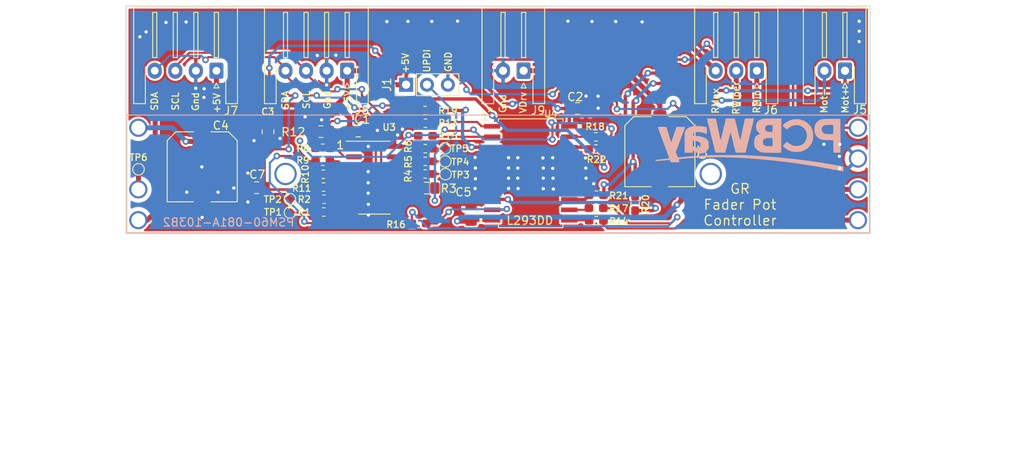
<source format=kicad_pcb>
(kicad_pcb (version 20171130) (host pcbnew "(5.1.2-1)-1")
  (layers (0 F.Cu signal) (31 B.Cu signal) (34 B.Paste user) (35 F.Paste user) (36 B.SilkS user) (37 F.SilkS user) (38 B.Mask user hide) (39 F.Mask user hide) (44 Edge.Cuts user))
  (net 0 "")
  (net 1 GNDREF)
  (net 2 "Net-(R5-Pad1)")
  (net 3 "Net-(R6-Pad1)")
  (net 4 /MOT+)
  (net 5 /MOT-)
  (net 6 Vdrive)
  (net 7 +5V)
  (net 8 /SCL)
  (net 9 /SDA)
  (net 10 /UPDI)
  (net 11 /PotMin)
  (net 12 /PotWiper)
  (net 13 /PotMax)
  (net 14 "Net-(R1-Pad2)")
  (net 15 "Net-(R1-Pad1)")
  (net 16 "Net-(R2-Pad1)")
  (net 17 "Net-(R2-Pad2)")
  (net 18 "Net-(R3-Pad2)")
  (net 19 "Net-(R4-Pad2)")
  (net 20 "Net-(R4-Pad1)")
  (net 21 "Net-(R5-Pad2)")
  (net 22 "Net-(R6-Pad2)")
  (net 23 /Touch)
  (net 24 /ServoTrack)
  (net 25 "Net-(R8-Pad2)")
  (net 26 /Enable)
  (net 27 /MotA)
  (net 28 "Net-(R9-Pad2)")
  (net 29 "Net-(R10-Pad2)")
  (net 30 /MotB)
  (net 31 "Net-(R11-Pad2)")
  (net 32 "Net-(R13-Pad1)")
  (net 33 "Net-(R14-Pad1)")
  (net 34 "Net-(R15-Pad1)")
  (net 35 "Net-(R16-Pad1)")
  (net 36 "Net-(R17-Pad1)")
  (net 37 "Net-(R18-Pad1)")
  (net 38 "Net-(R19-Pad2)")
  (net 39 "Net-(R20-Pad2)")
  (net 40 "Net-(R21-Pad2)")
  (net 41 "Net-(R22-Pad2)")
  (module footprints:PSM60-081A-103B2 (layer B.Cu) (at 195.353 122.607)
    (fp_text reference R7 hide)
    (fp_text value PSM60-081A-103B2 (at -76.531705 4.012295) (layer B.SilkS) (effects (justify mirror)))
    (fp_text user * (at 0 0) (layer B.SilkS) (effects (justify mirror)))
    (pad 9 thru_hole circle (at -17.900005 -1.875) (size 2.7178 2.7178) (drill 2.2098) (layers *.Cu *.Mask))
    (pad 8 thru_hole circle (at -69.600003 -1.875) (size 2.7178 2.7178) (drill 2.2098) (layers *.Cu *.Mask))
    (pad 3' thru_hole circle (at -87.500005 -7.5) (size 2.2098 2.2098) (drill 1.7018) (layers *.Cu *.Mask) (net 7 +5V))
    (pad T thru_hole circle (at -87.500005 0) (size 2.2098 2.2098) (drill 1.7018) (layers *.Cu *.Mask) (net 23 /Touch))
    (pad 3 thru_hole circle (at -87.500005 3.75) (size 2.2098 2.2098) (drill 1.7018) (layers *.Cu *.Mask) (net 13 /PotMax))
    (pad 2' thru_hole circle (at 0 -7.5) (size 2.2098 2.2098) (drill 1.7018) (layers *.Cu *.Mask) (net 24 /ServoTrack))
    (pad 1' thru_hole circle (at 0 -3.75) (size 2.2098 2.2098) (drill 1.7018) (layers *.Cu *.Mask) (net 1 GNDREF))
    (pad 1 thru_hole circle (at 0 0) (size 2.2098 2.2098) (drill 1.7018) (layers *.Cu *.Mask) (net 11 /PotMin))
    (pad 2 thru_hole circle (at 0 3.75) (size 2.2098 2.2098) (drill 1.7018) (layers *.Cu *.Mask) (net 12 /PotWiper))
  )
  (module "_Custom_Footprints:pcb way logo" (layer B.Cu) (at 182.1561 117.8687 180)
    (fp_text reference G*** hide)
    (fp_text value LOGO hide)
  )
  (module Capacitor_SMD:C_0805_2012Metric_Pad1.15x1.40mm_HandSolder (layer F.Cu) (at 123.6218 115.5954 270)
    (fp_text reference C3 (at -2.4511 0.0254 180) (layer F.SilkS) (effects (font (size 0.8 0.8))))
    (fp_text value 1uF)
    (pad 2 smd roundrect (at 1.025 0 270) (size 1.15 1.4) (layers F.Cu F.Paste F.Mask) (roundrect_rratio 0.217391) (net 1 GNDREF))
    (pad 1 smd roundrect (at -1.025 0 270) (size 1.15 1.4) (layers F.Cu F.Paste F.Mask) (roundrect_rratio 0.217391) (net 7 +5V))
  )
  (module Package_SO:SOIC-14_3.9x8.7mm_P1.27mm (layer F.Cu) (at 136.5504 121.1834)
    (fp_text reference U3 (at 1.8034 -6.1341) (layer F.SilkS) (effects (font (size 0.8 0.8))))
    (fp_text value ATtiny804-SS)
    (pad 1 smd roundrect (at -2.475 -3.81) (size 1.95 0.6) (layers F.Cu F.Paste F.Mask) (net 7 +5V))
    (pad 2 smd roundrect (at -2.475 -2.54) (size 1.95 0.6) (layers F.Cu F.Paste F.Mask) (net 25 "Net-(R8-Pad2)"))
    (pad 3 smd roundrect (at -2.475 -1.27) (size 1.95 0.6) (layers F.Cu F.Paste F.Mask) (net 28 "Net-(R9-Pad2)"))
    (pad 4 smd roundrect (at -2.475 0) (size 1.95 0.6) (layers F.Cu F.Paste F.Mask) (net 29 "Net-(R10-Pad2)"))
    (pad 5 smd roundrect (at -2.475 1.27) (size 1.95 0.6) (layers F.Cu F.Paste F.Mask) (net 31 "Net-(R11-Pad2)"))
    (pad 6 smd roundrect (at -2.475 2.54) (size 1.95 0.6) (layers F.Cu F.Paste F.Mask) (net 16 "Net-(R2-Pad1)"))
    (pad 7 smd roundrect (at -2.475 3.81) (size 1.95 0.6) (layers F.Cu F.Paste F.Mask) (net 15 "Net-(R1-Pad1)"))
    (pad 8 smd roundrect (at 2.475 3.81) (size 1.95 0.6) (layers F.Cu F.Paste F.Mask) (net 9 /SDA))
    (pad 9 smd roundrect (at 2.475 2.54) (size 1.95 0.6) (layers F.Cu F.Paste F.Mask) (net 8 /SCL))
    (pad 10 smd roundrect (at 2.475 1.27) (size 1.95 0.6) (layers F.Cu F.Paste F.Mask) (net 18 "Net-(R3-Pad2)"))
    (pad 11 smd roundrect (at 2.475 0) (size 1.95 0.6) (layers F.Cu F.Paste F.Mask) (net 19 "Net-(R4-Pad2)"))
    (pad 12 smd roundrect (at 2.475 -1.27) (size 1.95 0.6) (layers F.Cu F.Paste F.Mask) (net 21 "Net-(R5-Pad2)"))
    (pad 13 smd roundrect (at 2.475 -2.54) (size 1.95 0.6) (layers F.Cu F.Paste F.Mask) (net 22 "Net-(R6-Pad2)"))
    (pad 14 smd roundrect (at 2.475 -3.81) (size 1.95 0.6) (layers F.Cu F.Paste F.Mask) (net 1 GNDREF))
  )
  (module footprints:L293DD (layer F.Cu) (at 155.5623 120.65)
    (fp_text reference U4 (at 2.4384 -7.2136) (layer F.SilkS) (effects (font (size 0.8 0.8))))
    (fp_text value L293DD (at -0.1016 5.7531) (layer F.SilkS))
    (fp_text user * (at -4.9403 -7.4168) (layer F.SilkS))
    (fp_text user * (at -4.9403 -7.4168) (layer F.SilkS))
    (pad 1 smd rect (at -4.6863 -5.715) (size 1.9812 0.5588) (layers F.Cu F.Paste F.Mask) (net 32 "Net-(R13-Pad1)"))
    (pad 2 smd rect (at -4.6863 -4.445) (size 1.9812 0.5588) (layers F.Cu F.Paste F.Mask) (net 34 "Net-(R15-Pad1)"))
    (pad 3 smd rect (at -4.6863 -3.175) (size 1.9812 0.5588) (layers F.Cu F.Paste F.Mask) (net 38 "Net-(R19-Pad2)"))
    (pad 4 smd rect (at -4.6863 -1.905) (size 1.9812 0.5588) (layers F.Cu F.Paste F.Mask) (net 1 GNDREF))
    (pad 5 smd rect (at -4.6863 -0.635) (size 1.9812 0.5588) (layers F.Cu F.Paste F.Mask) (net 1 GNDREF))
    (pad 6 smd rect (at -4.6863 0.635) (size 1.9812 0.5588) (layers F.Cu F.Paste F.Mask) (net 1 GNDREF))
    (pad 7 smd rect (at -4.6863 1.905) (size 1.9812 0.5588) (layers F.Cu F.Paste F.Mask) (net 1 GNDREF))
    (pad 8 smd rect (at -4.6863 3.175) (size 1.9812 0.5588) (layers F.Cu F.Paste F.Mask) (net 39 "Net-(R20-Pad2)"))
    (pad 9 smd rect (at -4.6863 4.445) (size 1.9812 0.5588) (layers F.Cu F.Paste F.Mask) (net 35 "Net-(R16-Pad1)"))
    (pad 10 smd rect (at -4.6863 5.715) (size 1.9812 0.5588) (layers F.Cu F.Paste F.Mask) (net 6 Vdrive))
    (pad 11 smd rect (at 4.6863 5.715) (size 1.9812 0.5588) (layers F.Cu F.Paste F.Mask) (net 33 "Net-(R14-Pad1)"))
    (pad 12 smd rect (at 4.6863 4.445) (size 1.9812 0.5588) (layers F.Cu F.Paste F.Mask) (net 36 "Net-(R17-Pad1)"))
    (pad 13 smd rect (at 4.6863 3.175) (size 1.9812 0.5588) (layers F.Cu F.Paste F.Mask) (net 40 "Net-(R21-Pad2)"))
    (pad 14 smd rect (at 4.6863 1.905) (size 1.9812 0.5588) (layers F.Cu F.Paste F.Mask) (net 1 GNDREF))
    (pad 15 smd rect (at 4.6863 0.635) (size 1.9812 0.5588) (layers F.Cu F.Paste F.Mask) (net 1 GNDREF))
    (pad 16 smd rect (at 4.6863 -0.635) (size 1.9812 0.5588) (layers F.Cu F.Paste F.Mask) (net 1 GNDREF))
    (pad 17 smd rect (at 4.6863 -1.905) (size 1.9812 0.5588) (layers F.Cu F.Paste F.Mask) (net 1 GNDREF))
    (pad 18 smd rect (at 4.6863 -3.175) (size 1.9812 0.5588) (layers F.Cu F.Paste F.Mask) (net 41 "Net-(R22-Pad2)"))
    (pad 19 smd rect (at 4.6863 -4.445) (size 1.9812 0.5588) (layers F.Cu F.Paste F.Mask) (net 37 "Net-(R18-Pad1)"))
    (pad 20 smd rect (at 4.6863 -5.715) (size 1.9812 0.5588) (layers F.Cu F.Paste F.Mask) (net 7 +5V))
  )
  (module Connector_JST:JST_XH_S2B-XH-A-1_1x02_P2.50mm_Horizontal (layer F.Cu) (at 193.7766 108.1659 180)
    (fp_text reference J5 (at -1.8288 -4.7498) (layer F.SilkS))
    (fp_text value Conn_01x02)
    (pad 1 thru_hole roundrect (at 0 0 180) (size 1.7 2) (drill 1) (layers *.Cu *.Mask) (roundrect_rratio 0.147059) (net 4 /MOT+))
    (pad 2 thru_hole oval (at 2.5 0 180) (size 1.7 2) (drill 1) (layers *.Cu *.Mask) (net 5 /MOT-))
  )
  (module Connector_JST:JST_XH_S2B-XH-A-1_1x02_P2.50mm_Horizontal (layer F.Cu) (at 154.6987 108.1659 180)
    (fp_text reference J9 (at -1.7653 -4.8387) (layer F.SilkS))
    (fp_text value Conn_01x02)
    (pad 2 thru_hole oval (at 2.5 0 180) (size 1.7 2) (drill 1) (layers *.Cu *.Mask) (net 1 GNDREF))
    (pad 1 thru_hole roundrect (at 0 0 180) (size 1.7 2) (drill 1) (layers *.Cu *.Mask) (roundrect_rratio 0.147059) (net 6 Vdrive))
  )
  (module Connector_JST:JST_XH_S3B-XH-A-1_1x03_P2.50mm_Horizontal (layer F.Cu) (at 183.0578 108.1659 180)
    (fp_text reference J6 (at -1.7145 -4.7625) (layer F.SilkS))
    (fp_text value Conn_01x03)
    (pad 1 thru_hole roundrect (at 0 0 180) (size 1.7 1.95) (drill 0.95) (layers *.Cu *.Mask) (roundrect_rratio 0.147059) (net 11 /PotMin))
    (pad 2 thru_hole oval (at 2.5 0 180) (size 1.7 1.95) (drill 0.95) (layers *.Cu *.Mask) (net 12 /PotWiper))
    (pad 3 thru_hole oval (at 5 0 180) (size 1.7 1.95) (drill 0.95) (layers *.Cu *.Mask) (net 13 /PotMax))
  )
  (module Connector_JST:JST_XH_S4B-XH-A-1_1x04_P2.50mm_Horizontal (layer F.Cu) (at 117.348 108.1659 180)
    (fp_text reference J7 (at -1.778 -4.8768) (layer F.SilkS))
    (fp_text value Conn_01x04)
    (pad 1 thru_hole roundrect (at 0 0 180) (size 1.7 1.95) (drill 0.95) (layers *.Cu *.Mask) (roundrect_rratio 0.147059) (net 7 +5V))
    (pad 2 thru_hole oval (at 2.5 0 180) (size 1.7 1.95) (drill 0.95) (layers *.Cu *.Mask) (net 1 GNDREF))
    (pad 3 thru_hole oval (at 5 0 180) (size 1.7 1.95) (drill 0.95) (layers *.Cu *.Mask) (net 8 /SCL))
    (pad 4 thru_hole oval (at 7.5 0 180) (size 1.7 1.95) (drill 0.95) (layers *.Cu *.Mask) (net 9 /SDA))
  )
  (module Connector_JST:JST_XH_S4B-XH-A-1_1x04_P2.50mm_Horizontal (layer F.Cu) (at 133.2484 108.1659 180)
    (fp_text reference J8 (at -1.8288 -4.7879) (layer F.SilkS))
    (fp_text value Conn_01x04)
    (pad 4 thru_hole oval (at 7.5 0 180) (size 1.7 1.95) (drill 0.95) (layers *.Cu *.Mask) (net 9 /SDA))
    (pad 3 thru_hole oval (at 5 0 180) (size 1.7 1.95) (drill 0.95) (layers *.Cu *.Mask) (net 8 /SCL))
    (pad 2 thru_hole oval (at 2.5 0 180) (size 1.7 1.95) (drill 0.95) (layers *.Cu *.Mask) (net 1 GNDREF))
    (pad 1 thru_hole roundrect (at 0 0 180) (size 1.7 1.95) (drill 0.95) (layers *.Cu *.Mask) (roundrect_rratio 0.147059) (net 7 +5V))
  )
  (module Capacitor_SMD:C_0805_2012Metric_Pad1.15x1.40mm_HandSolder (layer F.Cu) (at 134.5819 115.5065)
    (fp_text reference C1 (at 0.4953 -1.397) (layer F.SilkS))
    (fp_text value 100nF)
    (pad 2 smd roundrect (at 1.025 0) (size 1.15 1.4) (layers F.Cu F.Paste F.Mask) (roundrect_rratio 0.217391) (net 1 GNDREF))
    (pad 1 smd roundrect (at -1.025 0) (size 1.15 1.4) (layers F.Cu F.Paste F.Mask) (roundrect_rratio 0.217391) (net 7 +5V))
  )
  (module Capacitor_SMD:C_0805_2012Metric_Pad1.15x1.40mm_HandSolder (layer F.Cu) (at 161.2609 112.7633)
    (fp_text reference C2 (at -0.2757 -1.4097) (layer F.SilkS))
    (fp_text value 100nF)
    (pad 1 smd roundrect (at -1.025 0) (size 1.15 1.4) (layers F.Cu F.Paste F.Mask) (roundrect_rratio 0.217391) (net 7 +5V))
    (pad 2 smd roundrect (at 1.025 0) (size 1.15 1.4) (layers F.Cu F.Paste F.Mask) (roundrect_rratio 0.217391) (net 1 GNDREF))
  )
  (module Capacitor_SMD:C_Elec_8x5.4 (layer F.Cu) (at 115.6208 119.8626 270)
    (fp_text reference C4 (at -5.0292 -2.2606 180) (layer F.SilkS))
    (fp_text value "10uF 16v")
    (pad 2 smd roundrect (at 3.0875 0 270) (size 3.925 1.6) (layers F.Cu F.Paste F.Mask) (roundrect_rratio 0.15625) (net 1 GNDREF))
    (pad 1 smd roundrect (at -3.0875 0 270) (size 3.925 1.6) (layers F.Cu F.Paste F.Mask) (roundrect_rratio 0.15625) (net 7 +5V))
  )
  (module Capacitor_SMD:C_0805_2012Metric_Pad1.15x1.40mm_HandSolder (layer F.Cu) (at 148.3106 125.4543 90)
    (fp_text reference C5 (at 2.5056 -0.9271 180) (layer F.SilkS))
    (fp_text value 100nF)
    (pad 1 smd roundrect (at -1.025 0 90) (size 1.15 1.4) (layers F.Cu F.Paste F.Mask) (roundrect_rratio 0.217391) (net 6 Vdrive))
    (pad 2 smd roundrect (at 1.025 0 90) (size 1.15 1.4) (layers F.Cu F.Paste F.Mask) (roundrect_rratio 0.217391) (net 1 GNDREF))
  )
  (module Capacitor_SMD:C_Elec_8x5.4 (layer F.Cu) (at 171.2722 118.0211 270)
    (fp_text reference C6 (at 0 -5.2 90) (layer F.SilkS))
    (fp_text value "10uF 16v")
    (pad 1 smd roundrect (at -3.0875 0 270) (size 3.925 1.6) (layers F.Cu F.Paste F.Mask) (roundrect_rratio 0.15625) (net 6 Vdrive))
    (pad 2 smd roundrect (at 3.0875 0 270) (size 3.925 1.6) (layers F.Cu F.Paste F.Mask) (roundrect_rratio 0.15625) (net 1 GNDREF))
  )
  (module Connector_PinHeader_2.54mm:PinHeader_1x03_P2.54mm_Vertical (layer F.Cu) (at 140.4112 109.8677 90)
    (fp_text reference J1 (at 0 -2.33 90) (layer F.SilkS))
    (fp_text value Conn_01x03)
    (pad 1 thru_hole rect (at 0 0 90) (size 1.7 1.7) (drill 1) (layers *.Cu *.Mask) (net 7 +5V))
    (pad 2 thru_hole oval (at 0 2.54 90) (size 1.7 1.7) (drill 1) (layers *.Cu *.Mask) (net 10 /UPDI))
    (pad 3 thru_hole oval (at 0 5.08 90) (size 1.7 1.7) (drill 1) (layers *.Cu *.Mask) (net 1 GNDREF))
  )
  (module Resistor_SMD:R_0603_1608Metric_Pad1.05x0.95mm_HandSolder (layer F.Cu) (at 130.4036 125.3617 180)
    (fp_text reference R1 (at 2.3749 -0.0254 180) (layer F.SilkS) (effects (font (size 0.8 0.8))))
    (fp_text value 0r)
    (pad 2 smd roundrect (at 0.875 0 180) (size 1.05 0.95) (layers F.Cu F.Paste F.Mask) (net 14 "Net-(R1-Pad2)"))
    (pad 1 smd roundrect (at -0.875 0 180) (size 1.05 0.95) (layers F.Cu F.Paste F.Mask) (net 15 "Net-(R1-Pad1)"))
  )
  (module Resistor_SMD:R_0603_1608Metric_Pad1.05x0.95mm_HandSolder (layer F.Cu) (at 130.4417 123.8123 180)
    (fp_text reference R2 (at 2.413 -0.0127 180) (layer F.SilkS) (effects (font (size 0.8 0.8))))
    (fp_text value 0r)
    (pad 1 smd roundrect (at -0.875 0 180) (size 1.05 0.95) (layers F.Cu F.Paste F.Mask) (net 16 "Net-(R2-Pad1)"))
    (pad 2 smd roundrect (at 0.875 0 180) (size 1.05 0.95) (layers F.Cu F.Paste F.Mask) (net 17 "Net-(R2-Pad2)"))
  )
  (module Resistor_SMD:R_0805_2012Metric_Pad1.15x1.40mm_HandSolder (layer F.Cu) (at 142.884 122.4534 180)
    (fp_text reference R3 (at -2.7088 -0.0508) (layer F.SilkS))
    (fp_text value 1K)
    (pad 2 smd roundrect (at 1.025 0 180) (size 1.15 1.4) (layers F.Cu F.Paste F.Mask) (roundrect_rratio 0.217391) (net 18 "Net-(R3-Pad2)"))
    (pad 1 smd roundrect (at -1.025 0 180) (size 1.15 1.4) (layers F.Cu F.Paste F.Mask) (roundrect_rratio 0.217391) (net 10 /UPDI))
  )
  (module Resistor_SMD:R_0603_1608Metric_Pad1.05x0.95mm_HandSolder (layer F.Cu) (at 142.734 120.7262 180)
    (fp_text reference R4 (at 2.0688 -0.254 270) (layer F.SilkS) (effects (font (size 0.8 0.8))))
    (fp_text value 0r)
    (pad 2 smd roundrect (at 0.875 0 180) (size 1.05 0.95) (layers F.Cu F.Paste F.Mask) (net 19 "Net-(R4-Pad2)"))
    (pad 1 smd roundrect (at -0.875 0 180) (size 1.05 0.95) (layers F.Cu F.Paste F.Mask) (net 20 "Net-(R4-Pad1)"))
  )
  (module Resistor_SMD:R_0603_1608Metric_Pad1.05x0.95mm_HandSolder (layer F.Cu) (at 142.734 119.2022 180)
    (fp_text reference R5 (at 2.0434 -0.0508 270) (layer F.SilkS) (effects (font (size 0.8 0.8))))
    (fp_text value 0r)
    (pad 2 smd roundrect (at 0.875 0 180) (size 1.05 0.95) (layers F.Cu F.Paste F.Mask) (net 21 "Net-(R5-Pad2)"))
    (pad 1 smd roundrect (at -0.875 0 180) (size 1.05 0.95) (layers F.Cu F.Paste F.Mask) (net 2 "Net-(R5-Pad1)"))
  )
  (module Resistor_SMD:R_0603_1608Metric_Pad1.05x0.95mm_HandSolder (layer F.Cu) (at 142.748 117.6528 180)
    (fp_text reference R6 (at 2.0828 0.2667 90) (layer F.SilkS) (effects (font (size 0.8 0.8))))
    (fp_text value 0r)
    (pad 1 smd roundrect (at -0.875 0 180) (size 1.05 0.95) (layers F.Cu F.Paste F.Mask) (net 3 "Net-(R6-Pad1)"))
    (pad 2 smd roundrect (at 0.875 0 180) (size 1.05 0.95) (layers F.Cu F.Paste F.Mask) (net 22 "Net-(R6-Pad2)"))
  )
  (module Resistor_SMD:R_0603_1608Metric_Pad1.05x0.95mm_HandSolder (layer F.Cu) (at 130.2766 117.602)
    (fp_text reference R8 (at -2.3876 0.0254 180) (layer F.SilkS) (effects (font (size 0.8 0.8))))
    (fp_text value 0r)
    (pad 2 smd roundrect (at 0.875 0) (size 1.05 0.95) (layers F.Cu F.Paste F.Mask) (net 25 "Net-(R8-Pad2)"))
    (pad 1 smd roundrect (at -0.875 0) (size 1.05 0.95) (layers F.Cu F.Paste F.Mask) (net 26 /Enable))
  )
  (module Resistor_SMD:R_0603_1608Metric_Pad1.05x0.95mm_HandSolder (layer F.Cu) (at 130.2766 119.1895)
    (fp_text reference R9 (at -2.413 -0.127 180) (layer F.SilkS) (effects (font (size 0.8 0.8))))
    (fp_text value 0r)
    (pad 1 smd roundrect (at -0.875 0) (size 1.05 0.95) (layers F.Cu F.Paste F.Mask) (net 27 /MotA))
    (pad 2 smd roundrect (at 0.875 0) (size 1.05 0.95) (layers F.Cu F.Paste F.Mask) (net 28 "Net-(R9-Pad2)"))
  )
  (module Resistor_SMD:R_0603_1608Metric_Pad1.05x0.95mm_HandSolder (layer F.Cu) (at 130.3401 120.777)
    (fp_text reference R10 (at -2.1844 -0.0254 90) (layer F.SilkS) (effects (font (size 0.8 0.8))))
    (fp_text value 0r)
    (pad 2 smd roundrect (at 0.875 0) (size 1.05 0.95) (layers F.Cu F.Paste F.Mask) (net 29 "Net-(R10-Pad2)"))
    (pad 1 smd roundrect (at -0.875 0) (size 1.05 0.95) (layers F.Cu F.Paste F.Mask) (net 30 /MotB))
  )
  (module Resistor_SMD:R_0603_1608Metric_Pad1.05x0.95mm_HandSolder (layer F.Cu) (at 130.3782 122.3264)
    (fp_text reference R11 (at -2.667 0.1524 180) (layer F.SilkS) (effects (font (size 0.8 0.8))))
    (fp_text value 0r)
    (pad 1 smd roundrect (at -0.875 0) (size 1.05 0.95) (layers F.Cu F.Paste F.Mask) (net 24 /ServoTrack))
    (pad 2 smd roundrect (at 0.875 0) (size 1.05 0.95) (layers F.Cu F.Paste F.Mask) (net 31 "Net-(R11-Pad2)"))
  )
  (module Resistor_SMD:R_0805_2012Metric_Pad1.15x1.40mm_HandSolder (layer F.Cu) (at 130.0607 115.5827 180)
    (fp_text reference R12 (at 3.3655 -0.0508) (layer F.SilkS))
    (fp_text value 10K)
    (pad 1 smd roundrect (at -1.025 0 180) (size 1.15 1.4) (layers F.Cu F.Paste F.Mask) (roundrect_rratio 0.217391) (net 26 /Enable))
    (pad 2 smd roundrect (at 1.025 0 180) (size 1.15 1.4) (layers F.Cu F.Paste F.Mask) (roundrect_rratio 0.217391) (net 1 GNDREF))
  )
  (module Resistor_SMD:R_0603_1608Metric_Pad1.05x0.95mm_HandSolder (layer F.Cu) (at 142.7607 114.554 180)
    (fp_text reference R13 (at -2.7559 0.0254) (layer F.SilkS) (effects (font (size 0.8 0.8))))
    (fp_text value 0r)
    (pad 1 smd roundrect (at -0.875 0 180) (size 1.05 0.95) (layers F.Cu F.Paste F.Mask) (net 32 "Net-(R13-Pad1)"))
    (pad 2 smd roundrect (at 0.875 0 180) (size 1.05 0.95) (layers F.Cu F.Paste F.Mask) (net 26 /Enable))
  )
  (module Resistor_SMD:R_0603_1608Metric_Pad1.05x0.95mm_HandSolder (layer F.Cu) (at 163.5392 126.4158)
    (fp_text reference R14 (at 2.7419 0.0762) (layer F.SilkS) (effects (font (size 0.8 0.8))))
    (fp_text value 0r)
    (pad 2 smd roundrect (at 0.875 0) (size 1.05 0.95) (layers F.Cu F.Paste F.Mask) (net 26 /Enable))
    (pad 1 smd roundrect (at -0.875 0) (size 1.05 0.95) (layers F.Cu F.Paste F.Mask) (net 33 "Net-(R14-Pad1)"))
  )
  (module Resistor_SMD:R_0603_1608Metric_Pad1.05x0.95mm_HandSolder (layer F.Cu) (at 142.7607 116.0907 180)
    (fp_text reference R15 (at -2.7559 -0.0635) (layer F.SilkS) (effects (font (size 0.8 0.8))))
    (fp_text value 0r)
    (pad 1 smd roundrect (at -0.875 0 180) (size 1.05 0.95) (layers F.Cu F.Paste F.Mask) (net 34 "Net-(R15-Pad1)"))
    (pad 2 smd roundrect (at 0.875 0 180) (size 1.05 0.95) (layers F.Cu F.Paste F.Mask) (net 27 /MotA))
  )
  (module Resistor_SMD:R_0603_1608Metric_Pad1.05x0.95mm_HandSolder (layer F.Cu) (at 141.9873 126.7587 180)
    (fp_text reference R16 (at 2.808 -0.127) (layer F.SilkS) (effects (font (size 0.8 0.8))))
    (fp_text value 0r)
    (pad 1 smd roundrect (at -0.875 0 180) (size 1.05 0.95) (layers F.Cu F.Paste F.Mask) (net 35 "Net-(R16-Pad1)"))
    (pad 2 smd roundrect (at 0.875 0 180) (size 1.05 0.95) (layers F.Cu F.Paste F.Mask) (net 30 /MotB))
  )
  (module Resistor_SMD:R_0603_1608Metric_Pad1.05x0.95mm_HandSolder (layer F.Cu) (at 163.5138 124.8918)
    (fp_text reference R17 (at 2.7546 0.0381) (layer F.SilkS) (effects (font (size 0.8 0.8))))
    (fp_text value 0r)
    (pad 2 smd roundrect (at 0.875 0) (size 1.05 0.95) (layers F.Cu F.Paste F.Mask) (net 30 /MotB))
    (pad 1 smd roundrect (at -0.875 0) (size 1.05 0.95) (layers F.Cu F.Paste F.Mask) (net 36 "Net-(R17-Pad1)"))
  )
  (module Resistor_SMD:R_0603_1608Metric_Pad1.05x0.95mm_HandSolder (layer F.Cu) (at 163.5011 116.2177)
    (fp_text reference R18 (at -0.1156 -1.2319) (layer F.SilkS) (effects (font (size 0.8 0.8))))
    (fp_text value 0r)
    (pad 1 smd roundrect (at -0.875 0) (size 1.05 0.95) (layers F.Cu F.Paste F.Mask) (net 37 "Net-(R18-Pad1)"))
    (pad 2 smd roundrect (at 0.875 0) (size 1.05 0.95) (layers F.Cu F.Paste F.Mask) (net 27 /MotA))
  )
  (module Resistor_SMD:R_0603_1608Metric_Pad1.05x0.95mm_HandSolder (layer F.Cu) (at 142.7099 113.0046)
    (fp_text reference R19 (at 2.7813 0.0254) (layer F.SilkS) (effects (font (size 0.8 0.8))))
    (fp_text value 0r)
    (pad 1 smd roundrect (at -0.875 0) (size 1.05 0.95) (layers F.Cu F.Paste F.Mask) (net 4 /MOT+))
    (pad 2 smd roundrect (at 0.875 0) (size 1.05 0.95) (layers F.Cu F.Paste F.Mask) (net 38 "Net-(R19-Pad2)"))
  )
  (module Resistor_SMD:R_0603_1608Metric_Pad1.05x0.95mm_HandSolder (layer F.Cu) (at 168.2623 124.3203 270)
    (fp_text reference R20 (at 0.0762 -1.2827 270) (layer F.SilkS) (effects (font (size 0.8 0.8))))
    (fp_text value 0r)
    (pad 2 smd roundrect (at 0.875 0 270) (size 1.05 0.95) (layers F.Cu F.Paste F.Mask) (net 39 "Net-(R20-Pad2)"))
    (pad 1 smd roundrect (at -0.875 0 270) (size 1.05 0.95) (layers F.Cu F.Paste F.Mask) (net 5 /MOT-))
  )
  (module Resistor_SMD:R_0603_1608Metric_Pad1.05x0.95mm_HandSolder (layer F.Cu) (at 163.5366 123.317 180)
    (fp_text reference R21 (at -2.7445 -0.0635) (layer F.SilkS) (effects (font (size 0.8 0.8))))
    (fp_text value 0r)
    (pad 1 smd roundrect (at -0.875 0 180) (size 1.05 0.95) (layers F.Cu F.Paste F.Mask) (net 5 /MOT-))
    (pad 2 smd roundrect (at 0.875 0 180) (size 1.05 0.95) (layers F.Cu F.Paste F.Mask) (net 40 "Net-(R21-Pad2)"))
  )
  (module Resistor_SMD:R_0603_1608Metric_Pad1.05x0.95mm_HandSolder (layer F.Cu) (at 163.4858 117.7036 180)
    (fp_text reference R22 (at -0.0775 -1.27) (layer F.SilkS) (effects (font (size 0.8 0.8))))
    (fp_text value 0r)
    (pad 2 smd roundrect (at 0.875 0 180) (size 1.05 0.95) (layers F.Cu F.Paste F.Mask) (net 41 "Net-(R22-Pad2)"))
    (pad 1 smd roundrect (at -0.875 0 180) (size 1.05 0.95) (layers F.Cu F.Paste F.Mask) (net 4 /MOT+))
  )
  (module TestPoint:TestPoint_Pad_D1.0mm (layer F.Cu) (at 126.2888 125.4252)
    (fp_text reference TP1 (at -2.0574 -0.0381) (layer F.SilkS) (effects (font (size 0.8 0.8))))
    (fp_text value TestPoint)
    (pad 1 smd circle (at 0 0) (size 1 1) (layers F.Cu F.Mask) (net 14 "Net-(R1-Pad2)"))
  )
  (module TestPoint:TestPoint_Pad_D1.0mm (layer F.Cu) (at 126.2888 123.7996)
    (fp_text reference TP2 (at -2.0955 0.0254) (layer F.SilkS) (effects (font (size 0.8 0.8))))
    (fp_text value TestPoint)
    (pad 1 smd circle (at 0 0) (size 1 1) (layers F.Cu F.Mask) (net 17 "Net-(R2-Pad2)"))
  )
  (module TestPoint:TestPoint_Pad_D1.0mm (layer F.Cu) (at 145.1991 120.7516)
    (fp_text reference TP3 (at 1.8415 0.0889) (layer F.SilkS) (effects (font (size 0.8 0.8))))
    (fp_text value TestPoint)
    (pad 1 smd circle (at 0 0) (size 1 1) (layers F.Cu F.Mask) (net 20 "Net-(R4-Pad1)"))
  )
  (module TestPoint:TestPoint_Pad_D1.0mm (layer F.Cu) (at 145.1737 119.2022)
    (fp_text reference TP4 (at 1.8288 0.0762 180) (layer F.SilkS) (effects (font (size 0.8 0.8))))
    (fp_text value TestPoint)
    (pad 1 smd circle (at 0 0) (size 1 1) (layers F.Cu F.Mask) (net 2 "Net-(R5-Pad1)"))
  )
  (module TestPoint:TestPoint_Pad_D1.0mm (layer F.Cu) (at 145.1483 117.6147)
    (fp_text reference TP5 (at 1.7526 0.0254) (layer F.SilkS) (effects (font (size 0.8 0.8))))
    (fp_text value TestPoint)
    (pad 1 smd circle (at 0 0) (size 1 1) (layers F.Cu F.Mask) (net 3 "Net-(R6-Pad1)"))
  )
  (module TestPoint:TestPoint_Pad_D1.0mm (layer F.Cu) (at 107.8738 120.1674)
    (fp_text reference TP6 (at 0 -1.448) (layer F.SilkS) (effects (font (size 0.8 0.8))))
    (fp_text value TestPoint)
    (pad 1 smd circle (at 0 0) (size 1 1) (layers F.Cu F.Mask) (net 23 /Touch))
  )
  (module Capacitor_SMD:C_0805_2012Metric_Pad1.15x1.40mm_HandSolder (layer F.Cu) (at 122.2375 122.4026 180)
    (fp_text reference C7 (at -0.0762 1.6002) (layer F.SilkS))
    (fp_text value 10nF)
    (pad 1 smd roundrect (at -1.025 0 180) (size 1.15 1.4) (layers F.Cu F.Paste F.Mask) (roundrect_rratio 0.217391) (net 24 /ServoTrack))
    (pad 2 smd roundrect (at 1.025 0 180) (size 1.15 1.4) (layers F.Cu F.Paste F.Mask) (roundrect_rratio 0.217391) (net 1 GNDREF))
  )
  (gr_text "+5V\n" (at 133.3246 111.7727 90) (layer F.SilkS) (effects (font (size 0.8 0.8))))
  (gr_text Gnd (at 130.8227 111.7092 90) (layer F.SilkS) (effects (font (size 0.8 0.8))))
  (gr_text SCL (at 128.2954 111.7092 90) (layer F.SilkS) (effects (font (size 0.8 0.8))))
  (gr_text SDA (at 125.7173 111.7473 90) (layer F.SilkS) (effects (font (size 0.8 0.8))))
  (gr_text SDA (at 109.8296 111.887 90) (layer F.SilkS) (effects (font (size 0.8 0.8))))
  (gr_text SCL (at 112.3696 111.887 90) (layer F.SilkS) (effects (font (size 0.8 0.8))))
  (gr_text Gnd (at 114.808 111.9251 90) (layer F.SilkS) (effects (font (size 0.8 0.8))))
  (gr_text "+5V\n" (at 117.3988 112.1029 90) (layer F.SilkS) (effects (font (size 0.8 0.8))))
  (gr_text Gnd (at 152.1587 112.1664 90) (layer F.SilkS) (effects (font (size 0.8 0.8))))
  (gr_text VDrv (at 154.6352 112.0394 90) (layer F.SilkS) (effects (font (size 0.8 0.8))))
  (gr_text RWiper (at 180.5432 111.4933 90) (layer F.SilkS) (effects (font (size 0.8 0.8))))
  (gr_text "RMax\n" (at 178.0286 111.8362 90) (layer F.SilkS) (effects (font (size 0.8 0.8))))
  (gr_text RMin (at 183.0578 111.9378 90) (layer F.SilkS) (effects (font (size 0.8 0.8))))
  (gr_text "Mot+\n" (at 193.802 111.7981 90) (layer F.SilkS) (effects (font (size 0.8 0.8))))
  (gr_text "GR\nFader Pot\nController" (at 181.0131 124.4727) (layer F.SilkS) (effects (font (size 1.2 1.2))))
  (gr_text "Mot-\n" (at 191.2366 111.7854 90) (layer F.SilkS) (effects (font (size 0.8 0.8))))
  (gr_line (start 106.35 128) (end 196.85 128) (layer Edge.Cuts) (width 0.1))
  (gr_line (start 106.35 100.3) (end 106.35 128) (layer Edge.Cuts) (width 0.1))
  (gr_line (start 196.85 100.3) (end 106.35 100.3) (layer Edge.Cuts) (width 0.1))
  (gr_line (start 196.85 128) (end 196.85 100.3) (layer Edge.Cuts) (width 0.1))
  (gr_text GND (at 145.542 107.0864 90) (layer F.SilkS) (effects (font (size 0.8 0.8))))
  (gr_text UPDI (at 142.9385 106.9467 90) (layer F.SilkS) (effects (font (size 0.8 0.8))))
  (gr_text 1 (at 132.4102 117.221) (layer F.SilkS) (effects (font (size 1 1))))
  (gr_text "+5V\n" (at 140.335 107.2261 90) (layer F.SilkS) (effects (font (size 0.8 0.8))))
  (gr_text 1 (at 150.0124 113.7031) (layer F.SilkS) (effects (font (size 1 1))))
  (via (at 136.9187 115.4303) (size 0.8) (drill 0.4) (layers F.Cu B.Cu) (net 1))
  (via (at 135.8138 117.3861) (size 0.8) (drill 0.4) (layers F.Cu B.Cu) (net 1))
  (via (at 139.3825 115.9891) (size 0.8) (drill 0.4) (layers F.Cu B.Cu) (net 1))
  (via (at 135.8011 120.4468) (size 0.8) (drill 0.4) (layers F.Cu B.Cu) (net 1))
  (via (at 135.8011 121.8057) (size 0.8) (drill 0.4) (layers F.Cu B.Cu) (net 1))
  (via (at 135.8011 123.063) (size 0.8) (drill 0.4) (layers F.Cu B.Cu) (net 1))
  (via (at 135.8265 124.4346) (size 0.8) (drill 0.4) (layers F.Cu B.Cu) (net 1))
  (via (at 135.8265 125.73) (size 0.8) (drill 0.4) (layers F.Cu B.Cu) (net 1))
  (via (at 139.9667 115.2779) (size 0.8) (drill 0.4) (layers F.Cu B.Cu) (net 1))
  (via (at 128.1303 113.7793) (size 0.8) (drill 0.4) (layers F.Cu B.Cu) (net 1))
  (via (at 130.1369 114.1476) (size 0.8) (drill 0.4) (layers F.Cu B.Cu) (net 1))
  (via (at 121.92 116.6749) (size 0.8) (drill 0.4) (layers F.Cu B.Cu) (net 1))
  (via (at 125.095 116.4082) (size 0.8) (drill 0.4) (layers F.Cu B.Cu) (net 1))
  (via (at 117.5512 122.9487) (size 0.8) (drill 0.4) (layers F.Cu B.Cu) (net 1))
  (via (at 115.6081 126.0221) (size 0.8) (drill 0.4) (layers F.Cu B.Cu) (net 1))
  (via (at 113.7412 122.9487) (size 0.8) (drill 0.4) (layers F.Cu B.Cu) (net 1))
  (via (at 115.5827 119.8753) (size 0.8) (drill 0.4) (layers F.Cu B.Cu) (net 1))
  (via (at 119.4689 122.4407) (size 0.8) (drill 0.4) (layers F.Cu B.Cu) (net 1))
  (via (at 121.1707 120.6246) (size 0.8) (drill 0.4) (layers F.Cu B.Cu) (net 1))
  (via (at 121.1707 124.1425) (size 0.8) (drill 0.4) (layers F.Cu B.Cu) (net 1))
  (via (at 114.8334 110.2995) (size 0.8) (drill 0.4) (layers F.Cu B.Cu) (net 1))
  (via (at 115.8494 110.363) (size 0.8) (drill 0.4) (layers F.Cu B.Cu) (net 1))
  (via (at 115.824 111.4171) (size 0.8) (drill 0.4) (layers F.Cu B.Cu) (net 1))
  (via (at 129.6162 106.3117) (size 0.8) (drill 0.4) (layers F.Cu B.Cu) (net 1))
  (via (at 131.8768 106.2736) (size 0.8) (drill 0.4) (layers F.Cu B.Cu) (net 1))
  (via (at 130.7465 109.8931) (size 0.8) (drill 0.4) (layers F.Cu B.Cu) (net 1))
  (via (at 108.0389 104.0384) (size 0.8) (drill 0.4) (layers F.Cu B.Cu) (net 1))
  (via (at 108.8009 103.4415) (size 0.8) (drill 0.4) (layers F.Cu B.Cu) (net 1))
  (via (at 111.2139 102.2858) (size 0.8) (drill 0.4) (layers F.Cu B.Cu) (net 1))
  (via (at 113.665 102.235) (size 0.8) (drill 0.4) (layers F.Cu B.Cu) (net 1))
  (via (at 138.0744 102.1842) (size 0.8) (drill 0.4) (layers F.Cu B.Cu) (net 1))
  (via (at 140.6398 102.1588) (size 0.8) (drill 0.4) (layers F.Cu B.Cu) (net 1))
  (via (at 143.5354 102.1588) (size 0.8) (drill 0.4) (layers F.Cu B.Cu) (net 1))
  (via (at 146.6723 102.1334) (size 0.8) (drill 0.4) (layers F.Cu B.Cu) (net 1))
  (via (at 160.0835 102.1334) (size 0.8) (drill 0.4) (layers F.Cu B.Cu) (net 1))
  (via (at 163.0172 102.1715) (size 0.8) (drill 0.4) (layers F.Cu B.Cu) (net 1))
  (via (at 165.9001 102.1715) (size 0.8) (drill 0.4) (layers F.Cu B.Cu) (net 1))
  (via (at 169.1132 102.2223) (size 0.8) (drill 0.4) (layers F.Cu B.Cu) (net 1))
  (via (at 195.5038 102.1461) (size 0.8) (drill 0.4) (layers F.Cu B.Cu) (net 1))
  (via (at 195.5038 103.3526) (size 0.8) (drill 0.4) (layers F.Cu B.Cu) (net 1))
  (via (at 195.5038 104.6226) (size 0.8) (drill 0.4) (layers F.Cu B.Cu) (net 1))
  (via (at 193.1416 117.1194) (size 0.8) (drill 0.4) (layers F.Cu B.Cu) (net 1))
  (via (at 193.1416 120.0404) (size 0.8) (drill 0.4) (layers F.Cu B.Cu) (net 1))
  (via (at 193.0908 118.5799) (size 0.8) (drill 0.4) (layers F.Cu B.Cu) (net 1))
  (via (at 191.2112 117.1194) (size 0.8) (drill 0.4) (layers F.Cu B.Cu) (net 1))
  (via (at 162.2933 111.252) (size 0.8) (drill 0.4) (layers F.Cu B.Cu) (net 1))
  (via (at 163.7665 112.7252) (size 0.8) (drill 0.4) (layers F.Cu B.Cu) (net 1))
  (via (at 163.7538 111.2647) (size 0.8) (drill 0.4) (layers F.Cu B.Cu) (net 1))
  (via (at 148.8059 118.7196) (size 0.8) (drill 0.4) (layers F.Cu B.Cu) (net 1))
  (via (at 148.844 120.015) (size 0.8) (drill 0.4) (layers F.Cu B.Cu) (net 1))
  (via (at 148.844 121.3104) (size 0.8) (drill 0.4) (layers F.Cu B.Cu) (net 1))
  (via (at 148.8059 122.5042) (size 0.8) (drill 0.4) (layers F.Cu B.Cu) (net 1))
  (via (at 152.8699 118.7577) (size 0.8) (drill 0.4) (layers F.Cu B.Cu) (net 1))
  (via (at 152.8699 120.015) (size 0.8) (drill 0.4) (layers F.Cu B.Cu) (net 1))
  (via (at 152.8699 121.2469) (size 0.8) (drill 0.4) (layers F.Cu B.Cu) (net 1))
  (via (at 152.8699 122.5042) (size 0.8) (drill 0.4) (layers F.Cu B.Cu) (net 1))
  (via (at 158.242 118.7577) (size 0.8) (drill 0.4) (layers F.Cu B.Cu) (net 1))
  (via (at 158.242 120.0531) (size 0.8) (drill 0.4) (layers F.Cu B.Cu) (net 1))
  (via (at 158.2801 121.2469) (size 0.8) (drill 0.4) (layers F.Cu B.Cu) (net 1))
  (via (at 158.3182 122.5677) (size 0.8) (drill 0.4) (layers F.Cu B.Cu) (net 1))
  (via (at 157.0482 118.7831) (size 0.8) (drill 0.4) (layers F.Cu B.Cu) (net 1))
  (via (at 157.0863 120.015) (size 0.8) (drill 0.4) (layers F.Cu B.Cu) (net 1))
  (via (at 157.0863 121.2469) (size 0.8) (drill 0.4) (layers F.Cu B.Cu) (net 1))
  (via (at 157.0863 122.5296) (size 0.8) (drill 0.4) (layers F.Cu B.Cu) (net 1))
  (via (at 154.0256 122.5042) (size 0.8) (drill 0.4) (layers F.Cu B.Cu) (net 1))
  (via (at 153.9875 121.2469) (size 0.8) (drill 0.4) (layers F.Cu B.Cu) (net 1))
  (via (at 153.9875 120.015) (size 0.8) (drill 0.4) (layers F.Cu B.Cu) (net 1))
  (via (at 153.9875 118.7577) (size 0.8) (drill 0.4) (layers F.Cu B.Cu) (net 1))
  (via (at 162.2298 118.7831) (size 0.8) (drill 0.4) (layers F.Cu B.Cu) (net 1))
  (via (at 162.2679 120.015) (size 0.8) (drill 0.4) (layers F.Cu B.Cu) (net 1))
  (via (at 162.2933 121.2469) (size 0.8) (drill 0.4) (layers F.Cu B.Cu) (net 1))
  (via (at 163.2204 121.92) (size 0.8) (drill 0.4) (layers F.Cu B.Cu) (net 1))
  (segment (start 143.609 119.2022) (end 145.1737 119.2022) (width 0.254) (layer F.Cu) (net 2))
  (segment (start 145.1102 117.6528) (end 145.1483 117.6147) (width 0.254) (layer F.Cu) (net 3))
  (segment (start 143.623 117.6528) (end 145.1102 117.6528) (width 0.254) (layer F.Cu) (net 3))
  (via (at 167.3733 110.9599) (size 0.8) (drill 0.4) (layers F.Cu B.Cu) (net 4))
  (segment (start 167.3733 110.9599) (end 167.3733 110.871) (width 0.4064) (layer B.Cu) (net 4))
  (segment (start 169.7863 108.458) (end 169.8117 108.458) (width 0.4064) (layer B.Cu) (net 4))
  (via (at 169.8117 108.458) (size 0.8) (drill 0.4) (layers F.Cu B.Cu) (net 4))
  (segment (start 167.3733 110.871) (end 169.7863 108.458) (width 0.4064) (layer B.Cu) (net 4))
  (via (at 189.2554 110.6043) (size 0.8) (drill 0.4) (layers F.Cu B.Cu) (net 4))
  (segment (start 189.2554 110.6043) (end 192.9638 110.6043) (width 0.4064) (layer F.Cu) (net 4))
  (segment (start 193.7766 109.7915) (end 193.7766 108.1659) (width 0.4064) (layer F.Cu) (net 4))
  (segment (start 192.9638 110.6043) (end 193.7766 109.7915) (width 0.4064) (layer F.Cu) (net 4))
  (segment (start 165.227 117.7036) (end 167.0685 115.8621) (width 0.4064) (layer F.Cu) (net 4))
  (segment (start 167.0685 111.2647) (end 167.3733 110.9599) (width 0.4064) (layer F.Cu) (net 4))
  (segment (start 167.0685 115.8621) (end 167.0685 111.2647) (width 0.4064) (layer F.Cu) (net 4))
  (segment (start 164.3608 117.7036) (end 165.227 117.7036) (width 0.4064) (layer F.Cu) (net 4))
  (segment (start 141.8349 113.0046) (end 141.8349 112.1778) (width 0.4064) (layer F.Cu) (net 4))
  (segment (start 141.8349 112.1778) (end 142.4051 111.6076) (width 0.4064) (layer F.Cu) (net 4))
  (segment (start 142.4051 111.6076) (end 148.2344 111.6076) (width 0.4064) (layer F.Cu) (net 4))
  (segment (start 148.2344 111.6076) (end 148.8694 111.6076) (width 0.4064) (layer F.Cu) (net 4))
  (via (at 150.876 113.6142) (size 0.8) (drill 0.4) (layers F.Cu B.Cu) (net 4))
  (segment (start 148.8694 111.6076) (end 150.876 113.6142) (width 0.4064) (layer F.Cu) (net 4))
  (segment (start 150.876 113.6142) (end 152.6794 115.4176) (width 0.4064) (layer B.Cu) (net 4))
  (segment (start 152.6794 115.4176) (end 160.0327 115.4176) (width 0.4064) (layer B.Cu) (net 4))
  (via (at 164.5031 119.9261) (size 0.8) (drill 0.4) (layers F.Cu B.Cu) (net 4))
  (segment (start 164.5031 119.888) (end 164.5031 119.9261) (width 0.4064) (layer B.Cu) (net 4))
  (segment (start 160.0327 115.4176) (end 164.5031 119.888) (width 0.4064) (layer B.Cu) (net 4))
  (segment (start 164.5031 117.8459) (end 164.3608 117.7036) (width 0.4064) (layer F.Cu) (net 4))
  (segment (start 164.5031 119.9261) (end 164.5031 117.8459) (width 0.4064) (layer F.Cu) (net 4))
  (segment (start 179.3748 110.6043) (end 189.2554 110.6043) (width 0.4064) (layer B.Cu) (net 4))
  (segment (start 176.6189 110.5662) (end 174.5107 108.458) (width 0.4064) (layer F.Cu) (net 4))
  (segment (start 174.5107 108.458) (end 169.8117 108.458) (width 0.4064) (layer F.Cu) (net 4))
  (segment (start 179.3367 110.5662) (end 179.3748 110.6043) (width 0.4064) (layer B.Cu) (net 4))
  (segment (start 179.3367 110.5662) (end 176.6189 110.5662) (width 0.4064) (layer F.Cu) (net 4))
  (via (at 179.3367 110.5662) (size 0.8) (drill 0.4) (layers F.Cu B.Cu) (net 4))
  (via (at 168.021 119.2276) (size 0.8) (drill 0.4) (layers F.Cu B.Cu) (net 5))
  (segment (start 168.021 119.2276) (end 168.021 111.9251) (width 0.4064) (layer F.Cu) (net 5))
  (via (at 168.3766 111.8108) (size 0.8) (drill 0.4) (layers F.Cu B.Cu) (net 5))
  (segment (start 168.1353 111.8108) (end 168.3766 111.8108) (width 0.4064) (layer F.Cu) (net 5))
  (segment (start 168.021 111.9251) (end 168.1353 111.8108) (width 0.4064) (layer F.Cu) (net 5))
  (segment (start 168.3766 111.8108) (end 168.3766 111.5695) (width 0.4064) (layer B.Cu) (net 5))
  (via (at 170.4594 109.7153) (size 0.8) (drill 0.4) (layers F.Cu B.Cu) (net 5))
  (segment (start 170.2308 109.7153) (end 170.4594 109.7153) (width 0.4064) (layer B.Cu) (net 5))
  (segment (start 168.3766 111.5695) (end 170.2308 109.7153) (width 0.4064) (layer B.Cu) (net 5))
  (segment (start 170.4594 109.7153) (end 174.1678 109.7153) (width 0.4064) (layer F.Cu) (net 5))
  (segment (start 174.1678 109.7153) (end 176.2252 111.7727) (width 0.4064) (layer F.Cu) (net 5))
  (via (at 178.7906 111.7727) (size 0.8) (drill 0.4) (layers F.Cu B.Cu) (net 5))
  (segment (start 176.2252 111.7727) (end 178.7906 111.7727) (width 0.4064) (layer F.Cu) (net 5))
  (segment (start 178.7906 111.7727) (end 190.5254 111.7727) (width 0.4064) (layer B.Cu) (net 5))
  (segment (start 191.2766 111.0215) (end 191.2766 108.1659) (width 0.4064) (layer B.Cu) (net 5))
  (segment (start 190.5254 111.7727) (end 191.2766 111.0215) (width 0.4064) (layer B.Cu) (net 5))
  (segment (start 164.465 122.0089) (end 165.2397 122.0089) (width 0.4064) (layer B.Cu) (net 5))
  (segment (start 165.2397 122.0089) (end 168.021 119.2276) (width 0.4064) (layer B.Cu) (net 5))
  (segment (start 164.465 123.2636) (end 164.4116 123.317) (width 0.4064) (layer F.Cu) (net 5))
  (segment (start 164.465 122.0089) (end 164.465 123.2636) (width 0.4064) (layer F.Cu) (net 5))
  (via (at 164.465 122.0089) (size 0.8) (drill 0.4) (layers F.Cu B.Cu) (net 5))
  (segment (start 168.2623 119.4689) (end 168.021 119.2276) (width 0.4064) (layer F.Cu) (net 5))
  (segment (start 168.2623 123.4453) (end 168.2623 119.4689) (width 0.4064) (layer F.Cu) (net 5))
  (segment (start 154.6987 108.1659) (end 167.1701 108.1659) (width 0.6096) (layer F.Cu) (net 6))
  (segment (start 171.2722 112.268) (end 171.2722 114.9336) (width 0.6096) (layer F.Cu) (net 6))
  (segment (start 167.1701 108.1659) (end 171.2722 112.268) (width 0.6096) (layer F.Cu) (net 6))
  (segment (start 148.3106 126.4793) (end 146.6342 126.4793) (width 0.6096) (layer F.Cu) (net 6))
  (via (at 146.6342 126.4793) (size 0.8) (drill 0.4) (layers F.Cu B.Cu) (net 6))
  (segment (start 148.4249 126.365) (end 148.3106 126.4793) (width 0.4064) (layer F.Cu) (net 6))
  (segment (start 150.876 126.365) (end 148.4249 126.365) (width 0.4064) (layer F.Cu) (net 6))
  (segment (start 171.8564 125.984) (end 147.1295 125.984) (width 0.6096) (layer B.Cu) (net 6))
  (segment (start 173.355 124.4854) (end 171.8564 125.984) (width 0.6096) (layer B.Cu) (net 6))
  (segment (start 147.1295 125.984) (end 146.6342 126.4793) (width 0.6096) (layer B.Cu) (net 6))
  (via (at 173.355 124.4854) (size 0.8) (drill 0.4) (layers F.Cu B.Cu) (net 6))
  (segment (start 172.4138 114.9336) (end 171.2722 114.9336) (width 0.6096) (layer F.Cu) (net 6))
  (segment (start 173.8503 116.3701) (end 172.4138 114.9336) (width 0.6096) (layer F.Cu) (net 6))
  (segment (start 173.8503 123.9901) (end 173.8503 116.3701) (width 0.6096) (layer F.Cu) (net 6))
  (segment (start 173.355 124.4854) (end 173.8503 123.9901) (width 0.6096) (layer F.Cu) (net 6))
  (segment (start 117.348 108.1659) (end 117.348 111.7981) (width 0.6096) (layer F.Cu) (net 7))
  (segment (start 115.6208 113.5253) (end 115.6208 116.7751) (width 0.6096) (layer F.Cu) (net 7))
  (segment (start 117.348 111.7981) (end 115.6208 113.5253) (width 0.6096) (layer F.Cu) (net 7))
  (segment (start 115.6208 116.7751) (end 117.832 116.7751) (width 0.6096) (layer F.Cu) (net 7))
  (segment (start 120.0367 114.5704) (end 123.6218 114.5704) (width 0.6096) (layer F.Cu) (net 7))
  (segment (start 117.832 116.7751) (end 120.0367 114.5704) (width 0.6096) (layer F.Cu) (net 7))
  (segment (start 133.2484 108.1659) (end 133.2484 111.0488) (width 0.6096) (layer F.Cu) (net 7))
  (segment (start 133.2484 111.0488) (end 131.9657 112.3315) (width 0.6096) (layer F.Cu) (net 7))
  (segment (start 131.9657 112.3315) (end 124.2187 112.3315) (width 0.6096) (layer F.Cu) (net 7))
  (segment (start 123.6218 112.9284) (end 123.6218 114.5704) (width 0.6096) (layer F.Cu) (net 7))
  (segment (start 124.2187 112.3315) (end 123.6218 112.9284) (width 0.6096) (layer F.Cu) (net 7))
  (segment (start 133.5569 113.9227) (end 131.9657 112.3315) (width 0.6096) (layer F.Cu) (net 7))
  (segment (start 133.5569 115.5065) (end 133.5569 113.9227) (width 0.6096) (layer F.Cu) (net 7))
  (segment (start 140.4112 109.8677) (end 138.0363 109.8677) (width 0.6096) (layer F.Cu) (net 7))
  (segment (start 136.3345 108.1659) (end 133.2484 108.1659) (width 0.6096) (layer F.Cu) (net 7))
  (segment (start 138.0363 109.8677) (end 136.3345 108.1659) (width 0.6096) (layer F.Cu) (net 7))
  (segment (start 115.6208 116.7751) (end 113.6283 116.7751) (width 0.6096) (layer F.Cu) (net 7))
  (via (at 113.6283 116.7751) (size 0.8) (drill 0.4) (layers F.Cu B.Cu) (net 7))
  (segment (start 111.9602 115.107) (end 113.6283 116.7751) (width 0.6096) (layer B.Cu) (net 7))
  (segment (start 107.852995 115.107) (end 111.9602 115.107) (width 0.6096) (layer B.Cu) (net 7))
  (segment (start 133.5532 115.5102) (end 133.5569 115.5065) (width 0.3048) (layer F.Cu) (net 7))
  (segment (start 133.5532 117.0686) (end 133.5532 115.5102) (width 0.3048) (layer F.Cu) (net 7))
  (segment (start 133.858 117.3734) (end 133.5532 117.0686) (width 0.3048) (layer F.Cu) (net 7))
  (segment (start 134.0754 117.3734) (end 133.858 117.3734) (width 0.3048) (layer F.Cu) (net 7))
  (segment (start 160.2486 112.776) (end 160.2359 112.7633) (width 0.4064) (layer F.Cu) (net 7))
  (segment (start 160.2486 114.935) (end 160.2486 112.776) (width 0.4064) (layer F.Cu) (net 7))
  (via (at 158.8516 112.7633) (size 0.8) (drill 0.4) (layers F.Cu B.Cu) (net 7))
  (segment (start 160.2359 112.7633) (end 158.8516 112.7633) (width 0.4064) (layer F.Cu) (net 7))
  (segment (start 140.4112 108.6358) (end 140.4112 109.8677) (width 0.4064) (layer F.Cu) (net 7))
  (segment (start 141.4145 107.6325) (end 140.4112 108.6358) (width 0.4064) (layer F.Cu) (net 7))
  (segment (start 147.7518 107.6325) (end 141.4145 107.6325) (width 0.4064) (layer F.Cu) (net 7))
  (segment (start 152.3238 112.2045) (end 147.7518 107.6325) (width 0.4064) (layer F.Cu) (net 7))
  (segment (start 158.1531 112.0648) (end 158.8516 112.7633) (width 0.4064) (layer B.Cu) (net 7))
  (segment (start 153.4922 112.0648) (end 158.1531 112.0648) (width 0.4064) (layer B.Cu) (net 7))
  (via (at 153.3525 112.2045) (size 0.8) (drill 0.4) (layers F.Cu B.Cu) (net 7))
  (segment (start 153.3525 112.2045) (end 153.4922 112.0648) (width 0.4064) (layer B.Cu) (net 7))
  (segment (start 153.3525 112.2045) (end 152.3238 112.2045) (width 0.4064) (layer F.Cu) (net 7))
  (segment (start 126.064 105.9815) (end 128.2484 108.1659) (width 0.254) (layer F.Cu) (net 8))
  (segment (start 114.046 105.9815) (end 126.064 105.9815) (width 0.254) (layer F.Cu) (net 8))
  (segment (start 112.348 107.6795) (end 114.046 105.9815) (width 0.254) (layer F.Cu) (net 8))
  (segment (start 112.348 108.1659) (end 112.348 107.6795) (width 0.254) (layer F.Cu) (net 8))
  (via (at 132.0673 110.4138) (size 0.8) (drill 0.4) (layers F.Cu B.Cu) (net 8))
  (segment (start 132.0673 110.4138) (end 135.0264 110.4138) (width 0.254) (layer B.Cu) (net 8))
  (via (at 135.0264 110.4138) (size 0.8) (drill 0.4) (layers F.Cu B.Cu) (net 8))
  (segment (start 137.8712 123.7234) (end 139.0254 123.7234) (width 0.254) (layer F.Cu) (net 8))
  (segment (start 137.3759 123.2281) (end 137.8712 123.7234) (width 0.254) (layer F.Cu) (net 8))
  (segment (start 137.3759 116.9924) (end 137.3759 123.2281) (width 0.254) (layer F.Cu) (net 8))
  (segment (start 138.3665 116.0018) (end 137.3759 116.9924) (width 0.254) (layer F.Cu) (net 8))
  (segment (start 138.3665 114.5032) (end 138.3665 116.0018) (width 0.254) (layer F.Cu) (net 8))
  (segment (start 135.0264 111.1631) (end 138.3665 114.5032) (width 0.254) (layer F.Cu) (net 8))
  (segment (start 135.0264 110.4138) (end 135.0264 111.1631) (width 0.254) (layer F.Cu) (net 8))
  (segment (start 131.8006 110.6805) (end 132.0673 110.4138) (width 0.254) (layer F.Cu) (net 8))
  (segment (start 130.4036 110.6805) (end 131.8006 110.6805) (width 0.254) (layer F.Cu) (net 8))
  (segment (start 128.2484 108.5253) (end 130.4036 110.6805) (width 0.254) (layer F.Cu) (net 8))
  (segment (start 128.2484 108.1659) (end 128.2484 108.5253) (width 0.254) (layer F.Cu) (net 8))
  (segment (start 111.6641 106.3498) (end 109.848 108.1659) (width 0.254) (layer B.Cu) (net 9))
  (segment (start 115.5319 106.3498) (end 111.6641 106.3498) (width 0.254) (layer B.Cu) (net 9))
  (segment (start 116.0272 106.8451) (end 115.5319 106.3498) (width 0.254) (layer B.Cu) (net 9))
  (segment (start 125.7484 107.8795) (end 125.7484 108.1659) (width 0.254) (layer F.Cu) (net 9))
  (segment (start 124.3838 106.5149) (end 125.7484 107.8795) (width 0.254) (layer F.Cu) (net 9))
  (segment (start 116.3574 106.5149) (end 124.3838 106.5149) (width 0.254) (layer F.Cu) (net 9))
  (segment (start 116.0272 106.8451) (end 116.3574 106.5149) (width 0.254) (layer F.Cu) (net 9))
  (via (at 116.0272 106.8451) (size 0.8) (drill 0.4) (layers F.Cu B.Cu) (net 9))
  (segment (start 125.7484 108.7177) (end 125.7484 108.1659) (width 0.254) (layer F.Cu) (net 9))
  (segment (start 128.2065 111.1758) (end 125.7484 108.7177) (width 0.254) (layer F.Cu) (net 9))
  (segment (start 129.54 111.1758) (end 128.2065 111.1758) (width 0.254) (layer F.Cu) (net 9))
  (via (at 129.54 111.1758) (size 0.8) (drill 0.4) (layers F.Cu B.Cu) (net 9))
  (segment (start 129.8067 111.4425) (end 129.54 111.1758) (width 0.254) (layer B.Cu) (net 9))
  (segment (start 132.9309 111.4425) (end 129.8067 111.4425) (width 0.254) (layer B.Cu) (net 9))
  (segment (start 134.1374 112.649) (end 132.9309 111.4425) (width 0.254) (layer B.Cu) (net 9))
  (segment (start 137.6045 124.9934) (end 139.0254 124.9934) (width 0.254) (layer F.Cu) (net 9))
  (segment (start 136.7282 124.1171) (end 137.6045 124.9934) (width 0.254) (layer F.Cu) (net 9))
  (segment (start 136.7282 116.7765) (end 136.7282 124.1171) (width 0.254) (layer F.Cu) (net 9))
  (segment (start 137.7061 115.7986) (end 136.7282 116.7765) (width 0.254) (layer F.Cu) (net 9))
  (segment (start 137.7061 114.8842) (end 137.7061 115.7986) (width 0.254) (layer F.Cu) (net 9))
  (segment (start 135.6106 112.7887) (end 137.7061 114.8842) (width 0.254) (layer F.Cu) (net 9))
  (segment (start 134.2771 112.7887) (end 135.6106 112.7887) (width 0.254) (layer F.Cu) (net 9))
  (segment (start 134.1374 112.649) (end 134.2771 112.7887) (width 0.254) (layer F.Cu) (net 9))
  (via (at 134.1374 112.649) (size 0.8) (drill 0.4) (layers F.Cu B.Cu) (net 9))
  (segment (start 143.909 122.4534) (end 143.909 123.9721) (width 0.254) (layer F.Cu) (net 10))
  (via (at 143.909 123.9721) (size 0.8) (drill 0.4) (layers F.Cu B.Cu) (net 10))
  (segment (start 142.8242 109.9947) (end 142.9512 109.8677) (width 0.254) (layer F.Cu) (net 10))
  (segment (start 146.4945 113.411) (end 142.9512 109.8677) (width 0.254) (layer B.Cu) (net 10))
  (segment (start 146.4945 115.7224) (end 146.4945 113.411) (width 0.254) (layer B.Cu) (net 10))
  (segment (start 143.909 118.3079) (end 146.4945 115.7224) (width 0.254) (layer B.Cu) (net 10))
  (segment (start 143.909 123.9721) (end 143.909 118.3079) (width 0.254) (layer B.Cu) (net 10))
  (segment (start 183.0578 108.1659) (end 183.0578 112.7379) (width 0.6096) (layer F.Cu) (net 11))
  (segment (start 192.9269 122.607) (end 195.353 122.607) (width 0.6096) (layer F.Cu) (net 11))
  (segment (start 183.0578 112.7379) (end 192.9269 122.607) (width 0.6096) (layer F.Cu) (net 11))
  (segment (start 195.353 126.357) (end 192.2319 126.357) (width 0.6096) (layer F.Cu) (net 12))
  (segment (start 180.5578 114.6829) (end 180.5578 108.1659) (width 0.6096) (layer F.Cu) (net 12))
  (segment (start 192.2319 126.357) (end 180.5578 114.6829) (width 0.6096) (layer F.Cu) (net 12))
  (segment (start 108.9486 126.357) (end 107.852995 126.357) (width 0.6096) (layer F.Cu) (net 13))
  (segment (start 109.9058 125.3998) (end 108.9486 126.357) (width 0.6096) (layer F.Cu) (net 13))
  (segment (start 109.9058 113.8174) (end 109.9058 125.3998) (width 0.6096) (layer F.Cu) (net 13))
  (segment (start 107.7087 111.6203) (end 109.9058 113.8174) (width 0.6096) (layer F.Cu) (net 13))
  (segment (start 107.7087 106.4006) (end 107.7087 111.6203) (width 0.6096) (layer F.Cu) (net 13))
  (segment (start 110.6424 103.4669) (end 107.7087 106.4006) (width 0.6096) (layer F.Cu) (net 13))
  (segment (start 173.3588 103.4669) (end 110.6424 103.4669) (width 0.6096) (layer F.Cu) (net 13))
  (segment (start 178.0578 108.1659) (end 173.3588 103.4669) (width 0.6096) (layer F.Cu) (net 13))
  (segment (start 129.4651 125.4252) (end 129.5286 125.3617) (width 0.254) (layer F.Cu) (net 14))
  (segment (start 126.2888 125.4252) (end 129.4651 125.4252) (width 0.254) (layer F.Cu) (net 14))
  (segment (start 134.0754 124.9934) (end 132.8166 124.9934) (width 0.254) (layer F.Cu) (net 15))
  (segment (start 132.4483 125.3617) (end 131.2786 125.3617) (width 0.254) (layer F.Cu) (net 15))
  (segment (start 132.8166 124.9934) (end 132.4483 125.3617) (width 0.254) (layer F.Cu) (net 15))
  (segment (start 131.4056 123.7234) (end 131.3167 123.8123) (width 0.254) (layer F.Cu) (net 16))
  (segment (start 134.0754 123.7234) (end 131.4056 123.7234) (width 0.254) (layer F.Cu) (net 16))
  (segment (start 129.554 123.7996) (end 129.5667 123.8123) (width 0.254) (layer F.Cu) (net 17))
  (segment (start 126.2888 123.7996) (end 129.554 123.7996) (width 0.254) (layer F.Cu) (net 17))
  (segment (start 141.859 122.4534) (end 139.0254 122.4534) (width 0.254) (layer F.Cu) (net 18))
  (segment (start 140.4366 121.2215) (end 140.843 120.8151) (width 0.254) (layer F.Cu) (net 19))
  (segment (start 139.0635 121.2215) (end 140.4366 121.2215) (width 0.254) (layer F.Cu) (net 19))
  (segment (start 139.0254 121.1834) (end 139.0635 121.2215) (width 0.254) (layer F.Cu) (net 19))
  (segment (start 141.7701 120.8151) (end 141.859 120.7262) (width 0.254) (layer F.Cu) (net 19))
  (segment (start 140.843 120.8151) (end 141.7701 120.8151) (width 0.254) (layer F.Cu) (net 19))
  (segment (start 145.1737 120.7262) (end 145.1991 120.7516) (width 0.254) (layer F.Cu) (net 20))
  (segment (start 143.609 120.7262) (end 145.1737 120.7262) (width 0.254) (layer F.Cu) (net 20))
  (segment (start 141.0843 119.2022) (end 141.859 119.2022) (width 0.254) (layer F.Cu) (net 21))
  (segment (start 140.3731 119.9134) (end 141.0843 119.2022) (width 0.254) (layer F.Cu) (net 21))
  (segment (start 139.0254 119.9134) (end 140.3731 119.9134) (width 0.254) (layer F.Cu) (net 21))
  (segment (start 141.1732 117.6528) (end 141.873 117.6528) (width 0.254) (layer F.Cu) (net 22))
  (segment (start 140.1826 118.6434) (end 141.1732 117.6528) (width 0.254) (layer F.Cu) (net 22))
  (segment (start 139.0254 118.6434) (end 140.1826 118.6434) (width 0.254) (layer F.Cu) (net 22))
  (segment (start 107.8738 122.586195) (end 107.852995 122.607) (width 0.6096) (layer F.Cu) (net 23))
  (segment (start 107.8738 120.1674) (end 107.8738 122.586195) (width 0.6096) (layer F.Cu) (net 23))
  (segment (start 129.5032 122.3264) (end 127.2794 122.3264) (width 0.3048) (layer F.Cu) (net 24))
  (segment (start 127.2794 122.3264) (end 126.9746 122.6312) (width 0.3048) (layer F.Cu) (net 24))
  (segment (start 126.9746 122.6312) (end 123.7107 122.6312) (width 0.3048) (layer F.Cu) (net 24))
  (segment (start 123.7107 122.6312) (end 123.2027 122.1232) (width 0.3048) (layer F.Cu) (net 24))
  (segment (start 123.2027 122.1232) (end 123.2027 118.8212) (width 0.3048) (layer F.Cu) (net 24))
  (segment (start 123.2027 118.8212) (end 124.3076 117.7163) (width 0.3048) (layer F.Cu) (net 24))
  (via (at 126.1364 117.7163) (size 0.8) (drill 0.4) (layers F.Cu B.Cu) (net 24))
  (segment (start 124.3076 117.7163) (end 126.1364 117.7163) (width 0.3048) (layer F.Cu) (net 24))
  (via (at 123.7869 107.8357) (size 0.8) (drill 0.4) (layers F.Cu B.Cu) (net 24))
  (via (at 174.2948 106.807) (size 0.8) (drill 0.4) (layers F.Cu B.Cu) (net 24))
  (segment (start 174.2948 106.807) (end 175.0568 106.807) (width 0.3048) (layer B.Cu) (net 24))
  (via (at 176.9872 104.8766) (size 0.8) (drill 0.4) (layers F.Cu B.Cu) (net 24))
  (segment (start 175.0568 106.807) (end 176.9872 104.8766) (width 0.3048) (layer B.Cu) (net 24))
  (segment (start 176.9872 104.8766) (end 177.7492 105.6386) (width 0.3048) (layer F.Cu) (net 24))
  (segment (start 177.7492 105.6386) (end 186.1566 105.6386) (width 0.3048) (layer F.Cu) (net 24))
  (segment (start 186.1566 105.6386) (end 187.4647 106.9467) (width 0.3048) (layer F.Cu) (net 24))
  (segment (start 187.4647 106.9467) (end 187.4647 113.3729) (width 0.3048) (layer F.Cu) (net 24))
  (segment (start 189.1988 115.107) (end 195.353 115.107) (width 0.3048) (layer F.Cu) (net 24))
  (segment (start 187.4647 113.3729) (end 189.1988 115.107) (width 0.3048) (layer F.Cu) (net 24))
  (segment (start 123.7869 106.4006) (end 123.7869 107.8357) (width 0.3048) (layer B.Cu) (net 24))
  (segment (start 125.0442 105.1433) (end 123.7869 106.4006) (width 0.3048) (layer B.Cu) (net 24))
  (segment (start 136.0805 105.1433) (end 125.0442 105.1433) (width 0.3048) (layer B.Cu) (net 24))
  (segment (start 136.6647 105.7275) (end 136.0805 105.1433) (width 0.3048) (layer B.Cu) (net 24))
  (segment (start 137.7442 106.807) (end 174.2948 106.807) (width 0.3048) (layer F.Cu) (net 24))
  (segment (start 136.6647 105.7275) (end 137.7442 106.807) (width 0.3048) (layer F.Cu) (net 24))
  (via (at 136.6647 105.7275) (size 0.8) (drill 0.4) (layers F.Cu B.Cu) (net 24))
  (segment (start 123.7869 108.8009) (end 123.7869 107.8357) (width 0.3048) (layer F.Cu) (net 24))
  (segment (start 126.1745 111.1885) (end 123.7869 108.8009) (width 0.3048) (layer F.Cu) (net 24))
  (segment (start 126.9365 111.1885) (end 126.1745 111.1885) (width 0.3048) (layer F.Cu) (net 24))
  (segment (start 126.1364 114.6048) (end 126.1364 117.7163) (width 0.3048) (layer B.Cu) (net 24))
  (segment (start 126.1364 111.9886) (end 126.1364 114.6048) (width 0.3048) (layer B.Cu) (net 24))
  (segment (start 126.9365 111.1885) (end 126.1364 111.9886) (width 0.3048) (layer B.Cu) (net 24))
  (via (at 126.9365 111.1885) (size 0.8) (drill 0.4) (layers F.Cu B.Cu) (net 24))
  (segment (start 131.8514 117.602) (end 131.1516 117.602) (width 0.254) (layer F.Cu) (net 25))
  (segment (start 132.8928 118.6434) (end 131.8514 117.602) (width 0.254) (layer F.Cu) (net 25))
  (segment (start 134.0754 118.6434) (end 132.8928 118.6434) (width 0.254) (layer F.Cu) (net 25))
  (segment (start 129.6162 116.7257) (end 129.4016 116.9403) (width 0.254) (layer F.Cu) (net 26))
  (segment (start 129.4016 116.9403) (end 129.4016 117.602) (width 0.254) (layer F.Cu) (net 26))
  (segment (start 130.7846 116.7257) (end 129.6162 116.7257) (width 0.254) (layer F.Cu) (net 26))
  (segment (start 131.0857 116.4246) (end 130.7846 116.7257) (width 0.254) (layer F.Cu) (net 26))
  (segment (start 131.0857 115.5827) (end 131.0857 116.4246) (width 0.254) (layer F.Cu) (net 26))
  (segment (start 131.0857 115.5827) (end 131.0857 114.5577) (width 0.254) (layer F.Cu) (net 26))
  (segment (start 131.0857 114.5577) (end 131.3561 114.2873) (width 0.254) (layer F.Cu) (net 26))
  (via (at 132.0546 114.2873) (size 0.8) (drill 0.4) (layers F.Cu B.Cu) (net 26))
  (segment (start 131.3561 114.2873) (end 132.0546 114.2873) (width 0.254) (layer F.Cu) (net 26))
  (via (at 137.541 112.4204) (size 0.8) (drill 0.4) (layers F.Cu B.Cu) (net 26))
  (segment (start 137.5283 112.4331) (end 137.541 112.4204) (width 0.254) (layer B.Cu) (net 26))
  (segment (start 136.398 112.4331) (end 137.5283 112.4331) (width 0.254) (layer B.Cu) (net 26))
  (segment (start 134.5438 114.2873) (end 136.398 112.4331) (width 0.254) (layer B.Cu) (net 26))
  (segment (start 132.0546 114.2873) (end 134.5438 114.2873) (width 0.254) (layer B.Cu) (net 26))
  (via (at 172.8851 112.1283) (size 0.8) (drill 0.4) (layers F.Cu B.Cu) (net 26))
  (segment (start 172.8851 112.1283) (end 172.1866 112.8268) (width 0.254) (layer B.Cu) (net 26))
  (via (at 166.0525 112.8268) (size 0.8) (drill 0.4) (layers F.Cu B.Cu) (net 26))
  (segment (start 172.1866 112.8268) (end 166.0525 112.8268) (width 0.254) (layer B.Cu) (net 26))
  (via (at 158.2293 111.0234) (size 0.8) (drill 0.4) (layers F.Cu B.Cu) (net 26))
  (segment (start 158.2293 111.0234) (end 148.3106 111.0234) (width 0.254) (layer B.Cu) (net 26))
  (via (at 147.7518 110.4646) (size 0.8) (drill 0.4) (layers F.Cu B.Cu) (net 26))
  (segment (start 148.3106 111.0234) (end 147.7518 110.4646) (width 0.254) (layer B.Cu) (net 26))
  (segment (start 141.6812 111.1885) (end 140.4747 112.395) (width 0.254) (layer F.Cu) (net 26))
  (segment (start 141.6812 109.0803) (end 141.6812 111.1885) (width 0.254) (layer F.Cu) (net 26))
  (segment (start 142.4178 108.3437) (end 141.6812 109.0803) (width 0.254) (layer F.Cu) (net 26))
  (segment (start 146.0246 108.3437) (end 142.4178 108.3437) (width 0.254) (layer F.Cu) (net 26))
  (segment (start 147.7518 110.0709) (end 146.0246 108.3437) (width 0.254) (layer F.Cu) (net 26))
  (segment (start 147.7518 110.4646) (end 147.7518 110.0709) (width 0.254) (layer F.Cu) (net 26))
  (segment (start 175.0695 114.3127) (end 172.8851 112.1283) (width 0.254) (layer F.Cu) (net 26))
  (segment (start 175.0695 125.4887) (end 175.0695 114.3127) (width 0.254) (layer F.Cu) (net 26))
  (segment (start 173.1899 127.3683) (end 175.0695 125.4887) (width 0.254) (layer F.Cu) (net 26))
  (segment (start 164.4142 126.4158) (end 164.4142 126.8857) (width 0.254) (layer F.Cu) (net 26))
  (segment (start 164.8968 127.3683) (end 173.1899 127.3683) (width 0.254) (layer F.Cu) (net 26))
  (segment (start 164.4142 126.8857) (end 164.8968 127.3683) (width 0.254) (layer F.Cu) (net 26))
  (segment (start 158.9151 110.3376) (end 158.2293 111.0234) (width 0.254) (layer F.Cu) (net 26))
  (segment (start 164.338 110.3376) (end 158.9151 110.3376) (width 0.254) (layer F.Cu) (net 26))
  (segment (start 166.0525 112.0521) (end 164.338 110.3376) (width 0.254) (layer F.Cu) (net 26))
  (segment (start 166.0525 112.8268) (end 166.0525 112.0521) (width 0.254) (layer F.Cu) (net 26))
  (segment (start 137.5664 112.395) (end 140.4747 112.395) (width 0.254) (layer F.Cu) (net 26))
  (segment (start 137.541 112.4204) (end 137.5664 112.395) (width 0.254) (layer F.Cu) (net 26))
  (segment (start 141.1224 114.554) (end 141.8857 114.554) (width 0.254) (layer F.Cu) (net 26))
  (segment (start 140.4747 113.9063) (end 141.1224 114.554) (width 0.254) (layer F.Cu) (net 26))
  (segment (start 140.4747 112.395) (end 140.4747 113.9063) (width 0.254) (layer F.Cu) (net 26))
  (segment (start 129.4016 119.1895) (end 128.6637 119.1895) (width 0.254) (layer F.Cu) (net 27))
  (segment (start 128.6637 119.1895) (end 127.508 118.0338) (width 0.254) (layer F.Cu) (net 27))
  (via (at 127.508 116.7003) (size 0.8) (drill 0.4) (layers F.Cu B.Cu) (net 27))
  (segment (start 127.508 118.0338) (end 127.508 116.7003) (width 0.254) (layer F.Cu) (net 27))
  (segment (start 127.508 116.7003) (end 127.508 117.1575) (width 0.254) (layer B.Cu) (net 27))
  (segment (start 127.508 117.1575) (end 128.9939 118.6434) (width 0.254) (layer B.Cu) (net 27))
  (segment (start 128.9939 118.6434) (end 138.0744 118.6434) (width 0.254) (layer B.Cu) (net 27))
  (via (at 140.716 116.0018) (size 0.8) (drill 0.4) (layers F.Cu B.Cu) (net 27))
  (segment (start 138.0744 118.6434) (end 140.716 116.0018) (width 0.254) (layer B.Cu) (net 27))
  (segment (start 140.8049 116.0907) (end 141.8857 116.0907) (width 0.254) (layer F.Cu) (net 27))
  (segment (start 140.716 116.0018) (end 140.8049 116.0907) (width 0.254) (layer F.Cu) (net 27))
  (segment (start 140.716 116.0018) (end 144.4498 116.0018) (width 0.254) (layer B.Cu) (net 27))
  (via (at 145.1229 115.3287) (size 0.8) (drill 0.4) (layers F.Cu B.Cu) (net 27))
  (segment (start 144.4498 116.0018) (end 145.1229 115.3287) (width 0.254) (layer B.Cu) (net 27))
  (via (at 158.2039 116.5352) (size 0.8) (drill 0.4) (layers F.Cu B.Cu) (net 27))
  (segment (start 158.2039 116.5352) (end 158.2039 114.554) (width 0.254) (layer F.Cu) (net 27))
  (via (at 158.1023 114.4524) (size 0.8) (drill 0.4) (layers F.Cu B.Cu) (net 27))
  (segment (start 158.2039 114.554) (end 158.1023 114.4524) (width 0.254) (layer F.Cu) (net 27))
  (segment (start 158.1023 114.4524) (end 158.1912 114.5413) (width 0.254) (layer B.Cu) (net 27))
  (segment (start 158.1912 114.5413) (end 164.719 114.5413) (width 0.254) (layer B.Cu) (net 27))
  (via (at 165.3921 115.2144) (size 0.8) (drill 0.4) (layers F.Cu B.Cu) (net 27))
  (segment (start 164.719 114.5413) (end 165.3921 115.2144) (width 0.254) (layer B.Cu) (net 27))
  (segment (start 165.3921 115.2144) (end 165.3921 115.951) (width 0.254) (layer F.Cu) (net 27))
  (segment (start 165.1254 116.2177) (end 164.3761 116.2177) (width 0.254) (layer F.Cu) (net 27))
  (segment (start 165.3921 115.951) (end 165.1254 116.2177) (width 0.254) (layer F.Cu) (net 27))
  (segment (start 148.6027 115.3414) (end 148.463 115.4811) (width 0.254) (layer F.Cu) (net 27))
  (segment (start 148.463 115.4811) (end 145.2753 115.4811) (width 0.254) (layer F.Cu) (net 27))
  (segment (start 148.6027 115.3414) (end 149.7965 116.5352) (width 0.254) (layer B.Cu) (net 27))
  (segment (start 149.7965 116.5352) (end 158.2039 116.5352) (width 0.254) (layer B.Cu) (net 27))
  (segment (start 145.2753 115.4811) (end 145.1229 115.3287) (width 0.254) (layer F.Cu) (net 27))
  (via (at 148.6027 115.3414) (size 0.8) (drill 0.4) (layers F.Cu B.Cu) (net 27))
  (segment (start 134.0754 119.9134) (end 132.9182 119.9134) (width 0.254) (layer F.Cu) (net 28))
  (segment (start 132.1943 119.1895) (end 131.1516 119.1895) (width 0.254) (layer F.Cu) (net 28))
  (segment (start 132.9182 119.9134) (end 132.1943 119.1895) (width 0.254) (layer F.Cu) (net 28))
  (segment (start 134.0754 121.1834) (end 132.6515 121.1834) (width 0.254) (layer F.Cu) (net 29))
  (segment (start 132.2451 120.777) (end 131.2151 120.777) (width 0.254) (layer F.Cu) (net 29))
  (segment (start 132.6515 121.1834) (end 132.2451 120.777) (width 0.254) (layer F.Cu) (net 29))
  (via (at 128.0414 126.5174) (size 0.8) (drill 0.4) (layers F.Cu B.Cu) (net 30))
  (segment (start 141.0742 126.7206) (end 141.1123 126.7587) (width 0.254) (layer F.Cu) (net 30))
  (segment (start 128.2446 126.7206) (end 141.0742 126.7206) (width 0.254) (layer F.Cu) (net 30))
  (segment (start 128.0414 126.5174) (end 128.2446 126.7206) (width 0.254) (layer F.Cu) (net 30))
  (segment (start 126.4158 118.5418) (end 128.651 120.777) (width 0.254) (layer F.Cu) (net 30))
  (segment (start 128.651 120.777) (end 129.4651 120.777) (width 0.254) (layer F.Cu) (net 30))
  (segment (start 124.6886 118.5418) (end 126.4158 118.5418) (width 0.254) (layer F.Cu) (net 30))
  (via (at 124.6886 118.5418) (size 0.8) (drill 0.4) (layers F.Cu B.Cu) (net 30))
  (segment (start 128.0414 125.984) (end 128.0414 126.5174) (width 0.254) (layer B.Cu) (net 30))
  (segment (start 123.8377 121.7803) (end 128.0414 125.984) (width 0.254) (layer B.Cu) (net 30))
  (segment (start 123.8377 119.3927) (end 123.8377 121.7803) (width 0.254) (layer B.Cu) (net 30))
  (segment (start 124.6886 118.5418) (end 123.8377 119.3927) (width 0.254) (layer B.Cu) (net 30))
  (via (at 141.1859 125.3871) (size 0.8) (drill 0.4) (layers F.Cu B.Cu) (net 30))
  (segment (start 141.1123 125.4607) (end 141.1123 126.7587) (width 0.254) (layer F.Cu) (net 30))
  (segment (start 141.1859 125.3871) (end 141.1123 125.4607) (width 0.254) (layer F.Cu) (net 30))
  (segment (start 143.1417 127.3429) (end 141.1859 125.3871) (width 0.254) (layer B.Cu) (net 30))
  (segment (start 149.9362 127.3429) (end 143.1417 127.3429) (width 0.254) (layer B.Cu) (net 30))
  (segment (start 150.1902 127.0889) (end 149.9362 127.3429) (width 0.254) (layer B.Cu) (net 30))
  (segment (start 172.2755 127.0889) (end 150.1902 127.0889) (width 0.254) (layer B.Cu) (net 30))
  (segment (start 173.3804 125.984) (end 172.2755 127.0889) (width 0.254) (layer B.Cu) (net 30))
  (segment (start 165.6588 124.8918) (end 164.3888 124.8918) (width 0.254) (layer F.Cu) (net 30))
  (segment (start 167.513 126.746) (end 165.6588 124.8918) (width 0.254) (layer F.Cu) (net 30))
  (segment (start 173.3804 125.984) (end 172.6184 126.746) (width 0.254) (layer F.Cu) (net 30))
  (segment (start 172.6184 126.746) (end 167.513 126.746) (width 0.254) (layer F.Cu) (net 30))
  (via (at 173.3804 125.984) (size 0.8) (drill 0.4) (layers F.Cu B.Cu) (net 30))
  (segment (start 131.3802 122.4534) (end 131.2532 122.3264) (width 0.254) (layer F.Cu) (net 31))
  (segment (start 134.0754 122.4534) (end 131.3802 122.4534) (width 0.254) (layer F.Cu) (net 31))
  (segment (start 149.5806 114.935) (end 150.876 114.935) (width 0.254) (layer F.Cu) (net 32))
  (segment (start 149.0472 114.4016) (end 149.5806 114.935) (width 0.254) (layer F.Cu) (net 32))
  (segment (start 143.7881 114.4016) (end 149.0472 114.4016) (width 0.254) (layer F.Cu) (net 32))
  (segment (start 143.6357 114.554) (end 143.7881 114.4016) (width 0.254) (layer F.Cu) (net 32))
  (segment (start 162.6134 126.365) (end 162.6642 126.4158) (width 0.254) (layer F.Cu) (net 33))
  (segment (start 160.2486 126.365) (end 162.6134 126.365) (width 0.254) (layer F.Cu) (net 33))
  (segment (start 143.75 116.205) (end 143.6357 116.0907) (width 0.254) (layer F.Cu) (net 34))
  (segment (start 150.876 116.205) (end 143.75 116.205) (width 0.254) (layer F.Cu) (net 34))
  (segment (start 150.876 125.095) (end 152.5524 125.095) (width 0.254) (layer F.Cu) (net 35))
  (via (at 152.654 124.9934) (size 0.8) (drill 0.4) (layers F.Cu B.Cu) (net 35))
  (segment (start 152.5524 125.095) (end 152.654 124.9934) (width 0.254) (layer F.Cu) (net 35))
  (via (at 145.5801 125.3617) (size 0.8) (drill 0.4) (layers F.Cu B.Cu) (net 35))
  (segment (start 144.1831 126.7587) (end 142.8623 126.7587) (width 0.254) (layer F.Cu) (net 35))
  (segment (start 145.5801 125.3617) (end 144.1831 126.7587) (width 0.254) (layer F.Cu) (net 35))
  (segment (start 152.6159 125.0315) (end 145.9103 125.0315) (width 0.254) (layer B.Cu) (net 35))
  (segment (start 145.9103 125.0315) (end 145.5801 125.3617) (width 0.254) (layer B.Cu) (net 35))
  (segment (start 152.654 124.9934) (end 152.6159 125.0315) (width 0.254) (layer B.Cu) (net 35))
  (segment (start 162.4356 125.095) (end 162.6388 124.8918) (width 0.254) (layer F.Cu) (net 36))
  (segment (start 160.2486 125.095) (end 162.4356 125.095) (width 0.254) (layer F.Cu) (net 36))
  (segment (start 162.6134 116.205) (end 162.6261 116.2177) (width 0.254) (layer F.Cu) (net 37))
  (segment (start 160.2486 116.205) (end 162.6134 116.205) (width 0.254) (layer F.Cu) (net 37))
  (segment (start 147.5105 113.0046) (end 143.5849 113.0046) (width 0.4064) (layer F.Cu) (net 38))
  (segment (start 147.574 112.9411) (end 147.5105 113.0046) (width 0.4064) (layer F.Cu) (net 38))
  (segment (start 147.6502 112.9411) (end 147.574 112.9411) (width 0.4064) (layer F.Cu) (net 38))
  (via (at 147.6502 112.9411) (size 0.8) (drill 0.4) (layers F.Cu B.Cu) (net 38))
  (segment (start 148.3868 117.475) (end 150.876 117.475) (width 0.4064) (layer F.Cu) (net 38))
  (via (at 148.3868 117.475) (size 0.8) (drill 0.4) (layers F.Cu B.Cu) (net 38))
  (segment (start 147.2819 113.3094) (end 147.6502 112.9411) (width 0.4064) (layer B.Cu) (net 38))
  (segment (start 147.2819 116.3701) (end 147.2819 113.3094) (width 0.4064) (layer B.Cu) (net 38))
  (segment (start 148.3868 117.475) (end 147.2819 116.3701) (width 0.4064) (layer B.Cu) (net 38))
  (segment (start 150.876 123.825) (end 152.781 123.825) (width 0.4064) (layer F.Cu) (net 39))
  (via (at 152.781 123.825) (size 0.8) (drill 0.4) (layers F.Cu B.Cu) (net 39))
  (via (at 170.7515 124.9045) (size 0.8) (drill 0.4) (layers F.Cu B.Cu) (net 39))
  (segment (start 170.4607 125.1953) (end 168.2623 125.1953) (width 0.4064) (layer F.Cu) (net 39))
  (segment (start 170.7515 124.9045) (end 170.4607 125.1953) (width 0.4064) (layer F.Cu) (net 39))
  (segment (start 170.053 124.206) (end 170.7515 124.9045) (width 0.4064) (layer B.Cu) (net 39))
  (segment (start 153.162 124.206) (end 170.053 124.206) (width 0.4064) (layer B.Cu) (net 39))
  (segment (start 152.781 123.825) (end 153.162 124.206) (width 0.4064) (layer B.Cu) (net 39))
  (segment (start 162.1536 123.825) (end 162.6616 123.317) (width 0.4064) (layer F.Cu) (net 40))
  (segment (start 160.2486 123.825) (end 162.1536 123.825) (width 0.4064) (layer F.Cu) (net 40))
  (segment (start 162.3822 117.475) (end 162.6108 117.7036) (width 0.4064) (layer F.Cu) (net 41))
  (segment (start 160.2486 117.475) (end 162.3822 117.475) (width 0.4064) (layer F.Cu) (net 41))
  (zone (net 1) (net_name GNDREF) (layer F.Cu) (connect_pads (clearance 0.254)) (min_thickness 0.2032) (fill yes (arc_segments 32) (thermal_gap 0.508) (thermal_bridge_width 0.4064))
    (polygon (pts (xy 104.849611 99.807042) (xy 197.456579 99.682989) (xy 197.691222 128.485211) (xy 105.096954 128.494964)))
  )
  (zone (net 1) (net_name GNDREF) (layer B.Cu) (connect_pads (clearance 0.508)) (min_thickness 0.2032) (fill yes (arc_segments 32) (thermal_gap 0.762) (thermal_bridge_width 0.4064))
    (polygon (pts (xy 105.055684 99.557364) (xy 197.571374 99.647534) (xy 197.906626 128.520666) (xy 105.332516 128.560036)))
  )
)
</source>
